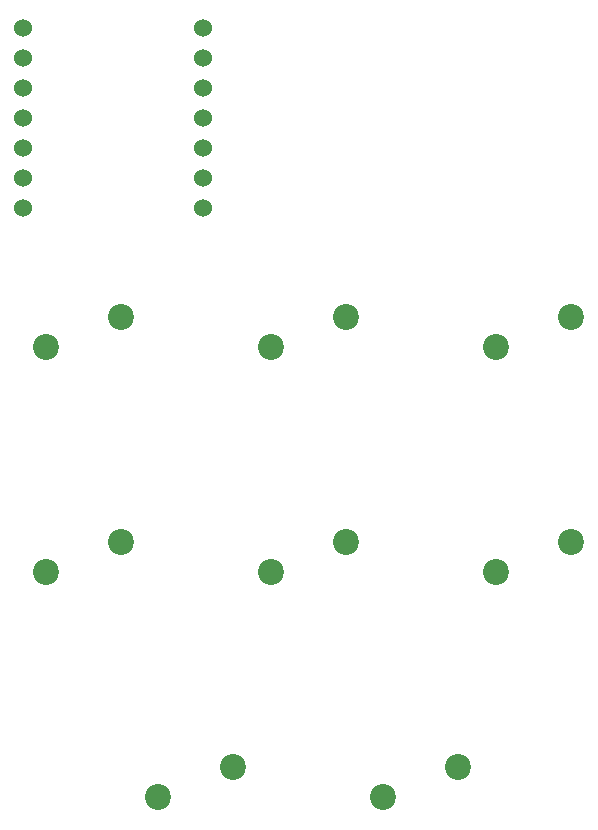
<source format=gbr>
%TF.GenerationSoftware,KiCad,Pcbnew,9.0.7*%
%TF.CreationDate,2026-01-18T08:27:45-05:00*%
%TF.ProjectId,Hackpad,4861636b-7061-4642-9e6b-696361645f70,rev?*%
%TF.SameCoordinates,Original*%
%TF.FileFunction,Copper,L2,Bot*%
%TF.FilePolarity,Positive*%
%FSLAX46Y46*%
G04 Gerber Fmt 4.6, Leading zero omitted, Abs format (unit mm)*
G04 Created by KiCad (PCBNEW 9.0.7) date 2026-01-18 08:27:45*
%MOMM*%
%LPD*%
G01*
G04 APERTURE LIST*
%TA.AperFunction,ComponentPad*%
%ADD10C,2.200000*%
%TD*%
%TA.AperFunction,ComponentPad*%
%ADD11C,1.524000*%
%TD*%
G04 APERTURE END LIST*
D10*
%TO.P,SW1,1,1*%
%TO.N,GND*%
X157321250Y-113982500D03*
%TO.P,SW1,2,2*%
%TO.N,Net-(U1-GPIO3{slash}MOSI)*%
X150971250Y-116522500D03*
%TD*%
%TO.P,SW8,1,1*%
%TO.N,GND*%
X147796250Y-75882500D03*
%TO.P,SW8,2,2*%
%TO.N,Net-(U1-GPIO6{slash}SDA)*%
X141446250Y-78422500D03*
%TD*%
%TO.P,SW3,1,1*%
%TO.N,GND*%
X166846250Y-94932500D03*
%TO.P,SW3,2,2*%
%TO.N,Net-(U1-GPIO2{slash}SCK)*%
X160496250Y-97472500D03*
%TD*%
%TO.P,SW5,1,1*%
%TO.N,GND*%
X138271250Y-113982500D03*
%TO.P,SW5,2,2*%
%TO.N,Net-(U1-GPIO27{slash}ADC1{slash}A1)*%
X131921250Y-116522500D03*
%TD*%
%TO.P,SW2,1,1*%
%TO.N,GND*%
X147796250Y-94932500D03*
%TO.P,SW2,2,2*%
%TO.N,Net-(U1-GPIO4{slash}MISO)*%
X141446250Y-97472500D03*
%TD*%
%TO.P,SW7,1,1*%
%TO.N,GND*%
X128746250Y-75882500D03*
%TO.P,SW7,2,2*%
%TO.N,Net-(U1-GPIO29{slash}ADC3{slash}A3)*%
X122396250Y-78422500D03*
%TD*%
D11*
%TO.P,U1,1,GPIO26/ADC0/A0*%
%TO.N,unconnected-(U1-GPIO26{slash}ADC0{slash}A0-Pad1)*%
X120491250Y-51435000D03*
%TO.P,U1,2,GPIO27/ADC1/A1*%
%TO.N,Net-(U1-GPIO27{slash}ADC1{slash}A1)*%
X120491250Y-53975000D03*
%TO.P,U1,3,GPIO28/ADC2/A2*%
%TO.N,Net-(U1-GPIO28{slash}ADC2{slash}A2)*%
X120491250Y-56515000D03*
%TO.P,U1,4,GPIO29/ADC3/A3*%
%TO.N,Net-(U1-GPIO29{slash}ADC3{slash}A3)*%
X120491250Y-59055000D03*
%TO.P,U1,5,GPIO6/SDA*%
%TO.N,Net-(U1-GPIO6{slash}SDA)*%
X120491250Y-61595000D03*
%TO.P,U1,6,GPIO7/SCL*%
%TO.N,Net-(D2-DIN)*%
X120491250Y-64135000D03*
%TO.P,U1,7,GPIO0/TX*%
%TO.N,unconnected-(U1-GPIO0{slash}TX-Pad7)*%
X120491250Y-66675000D03*
%TO.P,U1,8,GPIO1/RX*%
%TO.N,Net-(U1-GPIO1{slash}RX)*%
X135731250Y-66675000D03*
%TO.P,U1,9,GPIO2/SCK*%
%TO.N,Net-(U1-GPIO2{slash}SCK)*%
X135731250Y-64135000D03*
%TO.P,U1,10,GPIO4/MISO*%
%TO.N,Net-(U1-GPIO4{slash}MISO)*%
X135731250Y-61595000D03*
%TO.P,U1,11,GPIO3/MOSI*%
%TO.N,Net-(U1-GPIO3{slash}MOSI)*%
X135731250Y-59055000D03*
%TO.P,U1,12,3V3*%
%TO.N,unconnected-(U1-3V3-Pad12)*%
X135731250Y-56515000D03*
%TO.P,U1,13,GND*%
%TO.N,GND*%
X135731250Y-53975000D03*
%TO.P,U1,14,VBUS*%
%TO.N,+5V*%
X135731250Y-51435000D03*
%TD*%
D10*
%TO.P,SW4,1,1*%
%TO.N,GND*%
X166846250Y-75882500D03*
%TO.P,SW4,2,2*%
%TO.N,Net-(U1-GPIO1{slash}RX)*%
X160496250Y-78422500D03*
%TD*%
%TO.P,SW6,1,1*%
%TO.N,GND*%
X128746250Y-94932500D03*
%TO.P,SW6,2,2*%
%TO.N,Net-(U1-GPIO28{slash}ADC2{slash}A2)*%
X122396250Y-97472500D03*
%TD*%
M02*

</source>
